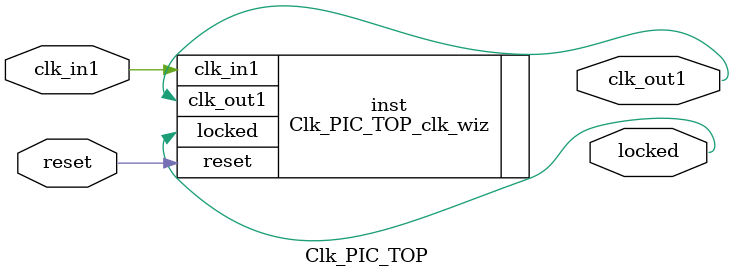
<source format=v>


`timescale 1ps/1ps

(* CORE_GENERATION_INFO = "Clk_PIC_TOP,clk_wiz_v6_0_4_0_0,{component_name=Clk_PIC_TOP,use_phase_alignment=true,use_min_o_jitter=false,use_max_i_jitter=false,use_dyn_phase_shift=false,use_inclk_switchover=false,use_dyn_reconfig=false,enable_axi=0,feedback_source=FDBK_AUTO,PRIMITIVE=MMCM,num_out_clk=1,clkin1_period=10.000,clkin2_period=10.000,use_power_down=false,use_reset=true,use_locked=true,use_inclk_stopped=false,feedback_type=SINGLE,CLOCK_MGR_TYPE=NA,manual_override=false}" *)

module Clk_PIC_TOP 
 (
  // Clock out ports
  output        clk_out1,
  // Status and control signals
  input         reset,
  output        locked,
 // Clock in ports
  input         clk_in1
 );

  Clk_PIC_TOP_clk_wiz inst
  (
  // Clock out ports  
  .clk_out1(clk_out1),
  // Status and control signals               
  .reset(reset), 
  .locked(locked),
 // Clock in ports
  .clk_in1(clk_in1)
  );

endmodule

</source>
